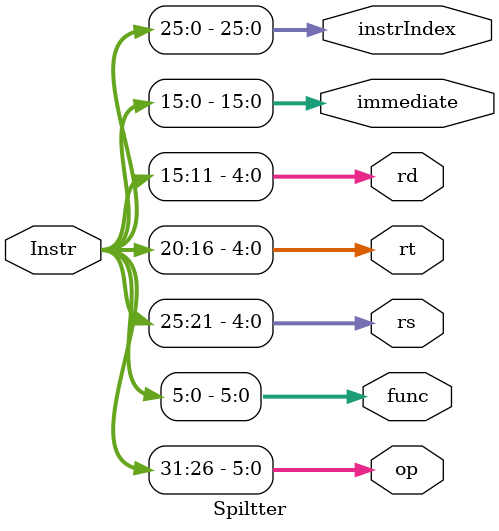
<source format=v>
`timescale 1ns / 1ps
`default_nettype none

module Spiltter(
    input wire [31:0] Instr,
    output wire [5:0] op,
    output wire [5:0] func,
    output wire [4:0] rs,
    output wire [4:0] rt,
    output wire [4:0] rd,
    output wire [15:0] immediate,
    output wire [25:0] instrIndex
    );
	  
    assign op = Instr[31:26];
    assign func = Instr[5:0];
    assign rs = Instr[25:21];
    assign rt = Instr[20:16];
    assign rd = Instr[15:11];
    assign immediate = Instr[15:0];
    assign instrIndex = Instr[25:0];

endmodule

</source>
